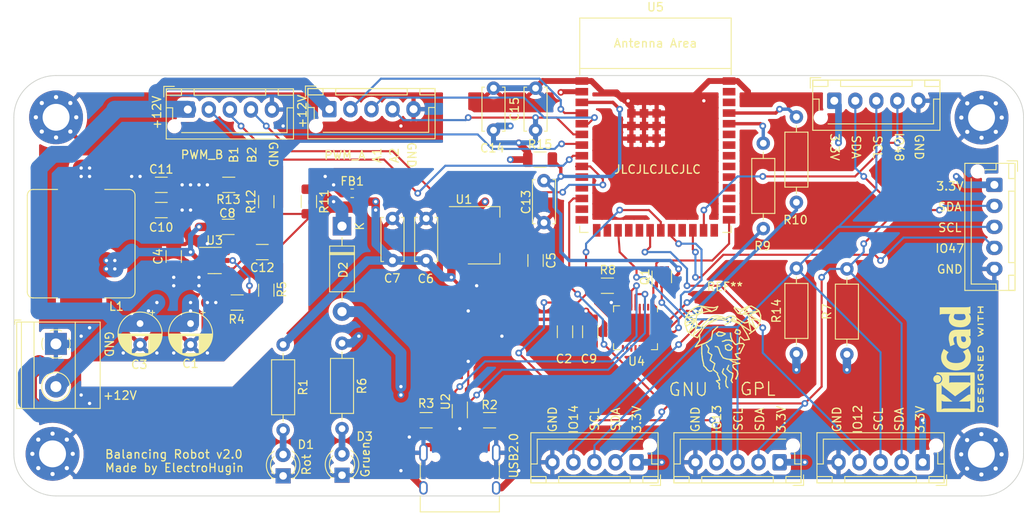
<source format=kicad_pcb>
(kicad_pcb (version 20221018) (generator pcbnew)
  (layers (0 "F.Cu" signal) (1 "In1.Cu" power) (2 "In2.Cu" power) (31 "B.Cu" signal) (34 "B.Paste" user) (35 "F.Paste" user) (36 "B.SilkS" user "B.Silkscreen") (37 "F.SilkS" user "F.Silkscreen") (38 "B.Mask" user) (39 "F.Mask" user) (44 "Edge.Cuts" user))
  (net 0 "")
  (net 1 "+5V")
  (net 2 "GND")
  (net 3 "+12VA")
  (net 4 "+3.3V")
  (net 5 "Net-(U3-BOOT)")
  (net 6 "Net-(U3-SW)")
  (net 7 "+5VP")
  (net 8 "Net-(U3-FB)")
  (net 9 "/EN")
  (net 10 "Net-(D1-A)")
  (net 11 "Net-(D2-A)")
  (net 12 "Net-(D3-A)")
  (net 13 "Net-(J2-CC1)")
  (net 14 "Net-(J2-D+-PadA6)")
  (net 15 "Net-(J2-D--PadA7)")
  (net 17 "Net-(J2-CC2)")
  (net 19 "/SDA")
  (net 20 "/SCL")
  (net 21 "/PWM_A")
  (net 22 "/A1")
  (net 23 "/A2")
  (net 24 "/PWM_B")
  (net 25 "/B1")
  (net 26 "/B2")
  (net 27 "/DTR")
  (net 28 "/RTS")
  (net 29 "/IO0")
  (net 30 "Net-(U3-EN)")
  (net 31 "+3.3VA")
  (net 32 "Net-(U4-~{RST})")
  (net 33 "Net-(U4-TXD)")
  (net 34 "/RXD")
  (net 35 "Net-(U4-RXD)")
  (net 36 "/TXD")
  (net 37 "Net-(U4-D-)")
  (net 38 "Net-(U4-D+)")
  (net 74 "Net-(C12-Pad1)")
  (net 77 "/RES_1")
  (net 78 "/MPU6050")
  (net 79 "/RES_2")
  (net 80 "/VL53L0X")
  (net 81 "/RES_3")
  (footprint "TerminalBlock_Phoenix:TerminalBlock_Phoenix_MKDS-1,5-2-5.08_1x02_P5.08mm_Horizontal" (layer "F.Cu") (at 98 99.92 -90)
    (fp_text reference "J1" hide)
    (fp_text value "Screw_Terminal_01x02")
  )
  (footprint "Package_TO_SOT_SMD:SOT-363_SC-70-6" (layer "F.Cu") (at 170 91.95 90)
    (fp_text reference "Q1")
    (fp_text value "UMH3N")
  )
  (footprint "Capacitor_SMD:C_1206_3216Metric" (layer "F.Cu") (at 158.5 98.475 -90)
    (fp_text reference "C2")
    (fp_text value "22u")
  )
  (footprint "LED_THT:LED_D3.0mm" (layer "F.Cu") (at 132 115.54 90)
    (fp_text reference "D3")
    (fp_text value "GREEN")
  )
  (footprint "Capacitor_THT:C_Disc_D5.0mm_W2.5mm_P5.00mm" (layer "F.Cu") (at 155 74.5 90)
    (fp_text reference "C15")
    (fp_text value "100n")
  )
  (footprint "MountingHole:MountingHole_3.2mm_M3_Pad_Via" (layer "F.Cu") (at 97.6 113)
    (fp_text reference "H3" hide)
    (fp_text value "Hole_Pad")
  )
  (footprint "Connector_JST:JST_XH_B5B-XH-AM_1x05_P2.50mm_Vertical" (layer "F.Cu") (at 184 114 180)
    (fp_text reference "J5" hide)
    (fp_text value "Conn_01x05")
  )
  (footprint "Connector_JST:JST_XH_B5B-XH-AM_1x05_P2.50mm_Vertical" (layer "F.Cu") (at 201 114 180)
    (fp_text reference "J3" hide)
    (fp_text value "Conn_01x05")
  )
  (footprint "Resistor_SMD:R_1206_3216Metric" (layer "F.Cu") (at 149.5375 109)
    (fp_text reference "R2")
    (fp_text value "5k1")
  )
  (footprint "Capacitor_SMD:C_1206_3216Metric" (layer "F.Cu") (at 161.5 98.475 -90)
    (fp_text reference "C9")
    (fp_text value "4u7")
  )
  (footprint "Connector_JST:JST_XH_B5B-XH-AM_1x05_P2.50mm_Vertical" (layer "F.Cu") (at 209.525 81 -90)
    (fp_text reference "J4" hide)
    (fp_text value "Conn_01x05")
  )
  (footprint "Diode_THT:D_DO-41_SOD81_P10.16mm_Horizontal" (layer "F.Cu") (at 132 85.92 -90)
    (fp_text reference "D2")
    (fp_text value "1N5819")
  )
  (footprint "Connector_USB:USB_C_Receptacle_HRO_TYPE-C-31-M-12" (layer "F.Cu") (at 146 116)
    (fp_text reference "J2" hide)
    (fp_text value "USB_C_Receptacle_USB2.0")
  )
  (footprint "Connector_JST:JST_XH_B5B-XH-AM_1x05_P2.50mm_Vertical" (layer "F.Cu") (at 130.5 72)
    (fp_text reference "J8" hide)
    (fp_text value "Conn_01x05")
  )
  (footprint "MountingHole:MountingHole_3.2mm_M3_Pad_Via" (layer "F.Cu") (at 208 73)
    (fp_text reference "H1" hide)
    (fp_text value "Hole_Pad")
  )
  (footprint "Capacitor_THT:C_Disc_D5.0mm_W2.5mm_P5.00mm" (layer "F.Cu") (at 156 80.5 -90)
    (fp_text reference "C13")
    (fp_text value "100n")
  )
  (footprint "LED_THT:LED_D3.0mm" (layer "F.Cu") (at 125 115.62 90)
    (fp_text reference "D1")
    (fp_text value "RED")
  )
  (footprint "Resistor_THT:R_Axial_DIN0207_L6.3mm_D2.5mm_P10.16mm_Horizontal" (layer "F.Cu") (at 182.06309 86.213588 90)
    (fp_text reference "R9")
    (fp_text value "22R")
  )
  (footprint "Inductor_SMD:L_0603_1608Metric" (layer "F.Cu") (at 133.2125 82)
    (fp_text reference "FB1")
    (fp_text value "BLM21PG221")
  )
  (footprint "MountingHole:MountingHole_3.2mm_M3_Pad_Via" (layer "F.Cu") (at 98.017235 72.965203)
    (fp_text reference "H2" hide)
    (fp_text value "Hole_Pad")
  )
  (footprint "Capacitor_SMD:C_1206_3216Metric" (layer "F.Cu") (at 112 89.525 90)
    (fp_text reference "C4")
    (fp_text value "0.1u")
  )
  (footprint "Connector_JST:JST_XH_B5B-XH-AM_1x05_P2.50mm_Vertical" (layer "F.Cu") (at 167 114 180)
    (fp_text reference "J7" hide)
    (fp_text value "Conn_01x05")
  )
  (footprint "Capacitor_SMD:C_1206_3216Metric" (layer "F.Cu") (at 155 90 -90)
    (fp_text reference "C5")
    (fp_text value "22u")
  )
  (footprint "Resistor_SMD:R_1206_3216Metric" (layer "F.Cu") (at 155.5375 78)
    (fp_text reference "R15")
    (fp_text value "10k")
  )
  (footprint "Resistor_THT:R_Axial_DIN0207_L6.3mm_D2.5mm_P10.16mm_Horizontal" (layer "F.Cu") (at 186 83.08 90)
    (fp_text reference "R10")
    (fp_text value "22R")
  )
  (footprint "Capacitor_THT:CP_Radial_D5.0mm_P2.50mm" (layer "F.Cu") (at 108 97.5 -90)
    (fp_text reference "C3")
    (fp_text value "10u")
  )
  (footprint "Capacitor_THT:C_Disc_D5.0mm_W2.5mm_P5.00mm" (layer "F.Cu") (at 142 90 90)
    (fp_text reference "C6")
    (fp_text value "22u")
  )
  (footprint "Capacitor_SMD:C_1206_3216Metric" (layer "F.Cu") (at 110.525 84)
    (fp_text reference "C10")
    (fp_text value "22u")
  )
  (footprint "Capacitor_THT:C_Disc_D5.0mm_W2.5mm_P5.00mm" (layer "F.Cu") (at 138 90 90)
    (fp_text reference "C7")
    (fp_text value "100n")
  )
  (footprint "Resistor_SMD:R_1206_3216Metric" (layer "F.Cu") (at 118.5375 81 180)
    (fp_text reference "R13")
    (fp_text value "13k3")
  )
  (footprint "Resistor_THT:R_Axial_DIN0207_L6.3mm_D2.5mm_P10.16mm_Horizontal" (layer "F.Cu") (at 186 101.08 90)
    (fp_text reference "R14")
    (fp_text value "3k3")
  )
  (footprint "Resistor_SMD:R_1206_3216Metric" (layer "F.Cu") (at 123 93.5375 90)
    (fp_text reference "R5")
    (fp_text value "105k")
  )
  (footprint "Connector_JST:JST_XH_B5B-XH-AM_1x05_P2.50mm_Vertical" (layer "F.Cu") (at 190.5 71)
    (fp_text reference "J6" hide)
    (fp_text value "Conn_01x05")
  )
  (footprint "Capacitor_THT:C_Disc_D5.0mm_W2.5mm_P5.00mm" (layer "F.Cu") (at 150 74.5 90)
    (fp_text reference "C14")
    (fp_text value "22u")
  )
  (footprint "Resistor_SMD:R_1206_3216Metric" (layer "F.Cu") (at 128.063184 82.981592 -90)
    (fp_text reference "R11")
    (fp_text value "49.9")
  )
  (footprint "Inductor_SMD:L_Bourns_SRP1245A" (layer "F.Cu") (at 101 88 90)
    (fp_text reference "L1")
    (fp_text value "10u")
  )
  (footprint "Capacitor_SMD:C_1206_3216Metric" (layer "F.Cu") (at 110.525 81)
    (fp_text reference "C11")
    (fp_text value "22u")
  )
  (footprint "Resistor_SMD:R_1206_3216Metric" (layer "F.Cu") (at 142 109 180)
    (fp_text reference "R3")
    (fp_text value "5k1")
  )
  (footprint "Capacitor_SMD:C_1206_3216Metric" (layer "F.Cu") (at 122.525 89 180)
    (fp_text reference "C12")
    (fp_text value "75p")
  )
  (footprint "Resistor_THT:R_Axial_DIN0207_L6.3mm_D2.5mm_P10.16mm_Horizontal" (layer "F.Cu") (at 125 100 -90)
    (fp_text reference "R1")
    (fp_text value "1K")
  )
  (footprint "Symbol:KiCad-Logo2_5mm_SilkScreen" (layer "F.Cu") (at 205.25 101.75 90)
    (fp_text reference "REF**" hide)
    (fp_text value "KiCad-Logo2_5mm_SilkScreen" hide)
  )
  (footprint "Resistor_SMD:R_1206_3216Metric" (layer "F.Cu") (at 123 83 90)
    (fp_text reference "R12")
    (fp_text value "100k")
  )
  (footprint "Resistor_THT:R_Axial_DIN0207_L6.3mm_D2.5mm_P10.16mm_Horizontal" (layer "F.Cu") (at 132 99.84 -90)
    (fp_text reference "R6")
    (fp_text value "1K")
  )
  (footprint "PCM_Espressif:ESP32-S3-WROOM-2" (layer "F.Cu") (at 169.25 76.91)
    (fp_text reference "U5")
    (fp_text value "ESP32-S3-WROOM-2")
  )
  (footprint "Package_TO_SOT_SMD:SOT-223-3_TabPin2" (layer "F.Cu") (at 148.85 87)
    (fp_text reference "U1")
    (fp_text value "TLV1117LV-3.3")
  )
  (footprint "Package_TO_SOT_SMD:SOT-666" (layer "F.Cu") (at 146 107.925 -90)
    (fp_text reference "U2")
    (fp_text value "USBLC6-2P6")
  )
  (footprint "Resistor_THT:R_Axial_DIN0207_L6.3mm_D2.5mm_P10.16mm_Horizontal" (layer "F.Cu") (at 192 101.16 90)
    (fp_text reference "R7")
    (fp_text value "3k3")
  )
  (footprint "Package_DFN_QFN:QFN-28-1EP_5x5mm_P0.5mm_EP3.35x3.35mm" (layer "F.Cu") (at 166.88 98 -90)
    (fp_text reference "U4")
    (fp_text value "CP2102N-Axx-xQFN28")
  )
  (footprint "Capacitor_SMD:C_1206_3216Metric" (layer "F.Cu") (at 118.475 86 180)
    (fp_text reference "C8")
    (fp_text value "0.1u")
  )
  (footprint "Symbol:Symbol_GNU-Logo_SilkscreenTop" (layer "F.Cu") (at 177.5 99.17393)
    (fp_text reference "REF**")
    (fp_text value "Symbol_GNU-Logo_SilkscreenTop")
  )
  (footprint "Resistor_SMD:R_1206_3216Metric" (layer "F.Cu") (at 163.5375 93 180)
    (fp_text reference "R8")
    (fp_text value "10k")
  )
  (footprint "Package_TO_SOT_SMD:SOT-23-6" (layer "F.Cu") (at 116.8625 90)
    (fp_text reference "U3")
    (fp_text value "TPS54302")
  )
  (footprint "MountingHole:MountingHole_3.2mm_M3_Pad_Via" (layer "F.Cu") (at 207.982076 113.056981)
    (fp_text reference "H4" hide)
    (fp_text value "Hole_Pad")
  )
  (footprint "Connector_JST:JST_XH_B5B-XH-AM_1x05_P2.50mm_Vertical" (layer "F.Cu") (at 113.673618 72.037026)
    (fp_text reference "J9" hide)
    (fp_text value "Conn_01x05")
  )
  (footprint "Capacitor_THT:CP_Radial_D5.0mm_P2.50mm" (layer "F.Cu") (at 114 97.5 -90)
    (fp_text reference "C1")
    (fp_text value "1u")
  )
  (footprint "Resistor_SMD:R_1206_3216Metric" (layer "F.Cu") (at 119.5375 95)
    (fp_text reference "R4")
    (fp_text value "511k")
  )
  (gr_arc (start 208 68) (mid 211.535534 69.464466) (end 213 73) (stroke (width 0.1)) (layer "Edge.Cuts"))
  (gr_arc (start 213 113) (mid 211.535534 116.535534) (end 208 118) (stroke (width 0.1)) (layer "Edge.Cuts"))
  (gr_line (start 93 73) (end 93 113) (stroke (width 0.1)) (layer "Edge.Cuts"))
  (gr_arc (start 98 118) (mid 94.464466 116.535534) (end 93 113) (stroke (width 0.1)) (layer "Edge.Cuts"))
  (gr_line (start 98 118) (end 208 118) (stroke (width 0.1)) (layer "Edge.Cuts"))
  (gr_line (start 213 113) (end 213 73) (stroke (width 0.1)) (layer "Edge.Cuts"))
  (gr_line (start 208 68) (end 98 68) (stroke (width 0.1)) (layer "Edge.Cuts"))
  (gr_arc (start 93 73) (mid 94.464466 69.464466) (end 98 68) (stroke (width 0.1)) (layer "Edge.Cuts"))
  (gr_text "SDA" (at 165.109507 110.397884 90) (layer "F.SilkS") (effects (font (size 1 1)) (justify left bottom)))
  (gr_text "3.3V" (at 189.961309 74.785715 270) (layer "F.SilkS") (effects (font (size 1 1)) (justify left bottom)))
  (gr_text "3.3V" (at 201.288691 110.61217 90) (layer "F.SilkS") (effects (font (size 1 1)) (justify left bottom)))
  (gr_text "GND" (at 103.707784 98.330964 -90) (layer "F.SilkS") (effects (font (size 1 1)) (justify left bottom)))
  (gr_text "PWM_A" (at 129.782035 78.071988) (layer "F.SilkS") (effects (font (size 1 1)) (justify left bottom)))
  (gr_text "GND" (at 157.60564 110.516932 90) (layer "F.SilkS") (effects (font (size 1 1)) (justify left bottom)))
  (gr_text "A2" (at 138.809703 78.5 90) (layer "F.SilkS") (effects (font (size 1 1)) (justify left bottom)))
  (gr_text "IO47" (at 202.416667 89.160213) (layer "F.SilkS") (effects (font (size 1 1)) (justify left bottom)))
  (gr_text "GND" (at 174.577323 110.516932 90) (layer "F.SilkS") (effects (font (size 1 1)) (justify left bottom)))
  (gr_text "SCL" (at 196.343959 110.374075 90) (layer "F.SilkS") (effects (font (size 1 1)) (justify left bottom)))
  (gr_text "SCL" (at 202.75 86.690142) (layer "F.SilkS") (effects (font (size 1 1)) (justify left bottom)))
  (gr_text "SCL" (at 195.03869 75.02381 270) (layer "F.SilkS") (effects (font (size 1 1)) (justify left bottom)))
  (gr_text "PWM_B" (at 112.75 78.000559) (layer "F.SilkS") (effects (font (size 1 1)) (justify left bottom)))
  (gr_text "+12V" (at 110.581108 74.496503 90) (layer "F.SilkS") (effects (font (size 1 1)) (justify left bottom)))
  (gr_text "3.3V" (at 184.785395 110.61217 90) (layer "F.SilkS") (effects (font (size 1 1)) (justify left bottom)))
  (gr_text "Gruen" (at 135.355496 115.89264 90) (layer "F.SilkS") (effects (font (size 1 1)) (justify left bottom)))
  (gr_text "SDA" (at 202.72619 84.220071) (layer "F.SilkS") (effects (font (size 1 1)) (justify left bottom)))
  (gr_text "IO48" (at 197.626676 74.690477 270) (layer "F.SilkS") (effects (font (size 1 1)) (justify left bottom)))
  (gr_text "SDA" (at 198.816324 110.397884 90) (layer "F.SilkS") (effects (font (size 1 1)) (justify left bottom)))
  (gr_text "IO14" (at 160.106929 110.707408 90) (layer "F.SilkS") (effects (font (size 1 1)) (justify left bottom)))
  (gr_text "A1" (at 136.75 78.5 90) (layer "F.SilkS") (effects (font (size 1 1)) (justify left bottom)))
  (gr_text "GND" (at 123.23782 75.75 -90) (layer "F.SilkS") (effects (font (size 1 1)) (justify left bottom)))
  (gr_text "+12V" (at 127.858992 74.373266 90) (layer "F.SilkS") (effects (font (size 1 1)) (justify left bottom)))
  (gr_text "SDA" (at 182.233377 110.397884 90) (layer "F.SilkS") (effects (font (size 1 1)) (justify left bottom)))
  (gr_text "GND" (at 139.665906 75.821429 -90) (layer "F.SilkS") (effects (font (size 1 1)) (justify left bottom)))
  (gr_text "+12V" (at 103.514043 106.637395) (layer "F.SilkS") (effects (font (size 1 1)) (justify left bottom)))
  (gr_text "USB2.0" (at 153 116 90) (layer "F.SilkS") (effects (font (size 1 1)) (justify left bottom)))
  (gr_text "IO13" (at 177.129341 110.707408 90) (layer "F.SilkS") (effects (font (size 1 1)) (justify left bottom)))
  (gr_text "GND" (at 202.607143 91.630287) (layer "F.SilkS") (effects (font (size 1 1)) (justify left bottom)))
  (gr_text "B1" (at 119.725323 78.5 -270) (layer "F.SilkS") (effects (font (size 1 1)) (justify left bottom)))
  (gr_text "IO12" (at 193.871594 110.707408 90) (layer "F.SilkS") (effects (font (size 1 1)) (justify left bottom)))
  (gr_text "SCL" (at 179.681359 110.374075 90) (layer "F.SilkS") (effects (font (size 1 1)) (justify left bottom)))
  (gr_text "Balancing Robot v2.0\nMade by ElectroHugin" (at 103.75 115.25) (layer "F.SilkS") (effects (font (size 1 1)) (justify left bottom)))
  (gr_text "Rot" (at 128.367935 115.633841 90) (layer "F.SilkS") (effects (font (size 1 1)) (justify left bottom)))
  (gr_text "B2" (at 121.894302 78.5 90) (layer "F.SilkS") (effects (font (size 1 1)) (justify left bottom)))
  (gr_text "GND" (at 191.399229 110.516932 90) (layer "F.SilkS") (effects (font (size 1 1)) (justify left bottom)))
  (gr_text "GND" (at 199.985956 74.880953 -90) (layer "F.SilkS") (effects (font (size 1 1)) (justify left bottom)))
  (gr_text "3.3V" (at 202.511905 81.75) (layer "F.SilkS") (effects (font (size 1 1)) (justify left bottom)))
  (gr_text "SCL" (at 162.608218 110.374075 90) (layer "F.SilkS") (effects (font (size 1 1)) (justify left bottom)))
  (gr_text "JLCJLCJLCJLC" (at 164.25 79.75) (layer "F.SilkS") (effects (font (size 1 1)) (justify left bottom)))
  (gr_text "3.3V" (at 167.610798 110.61217 90) (layer "F.SilkS") (effects (font (size 1 1)) (justify left bottom)))
  (gr_text "SDA" (at 192.5 75 270) (layer "F.SilkS") (effects (font (size 1 1)) (justify left bottom)))
  (segment (start 164.55 95.55) (end 164 95) (width 0.25) (layer "F.Cu") (net 1))
  (segment (start 136 83) (end 136 84) (width 1) (layer "F.Cu") (net 1))
  (segment (start 146.725 105.275) (end 147 105) (width 0.25) (layer "F.Cu") (net 1))
  (segment (start 146 106.425) (end 146.725 105.7) (width 0.25) (layer "F.Cu") (net 1))
  (segment (start 164.43 96.5) (end 164 96.07) (width 0.25) (layer "F.Cu") (net 1))
  (segment (start 165.38 95.55) (end 164.55 95.55) (width 0.25) (layer "F.Cu") (net 1))
  (segment (start 158.5 97) (end 161.5 97) (width 0.6) (layer "F.Cu") (net 1))
  (segment (start 146.725 93.725) (end 145 92) (width 0.4) (layer "F.Cu") (net 1))
  (segment (start 147 95) (end 147 96) (width 0.4) (layer "F.Cu") (net 1))
  (segment (start 153 97) (end 158.5 97) (width 0.4) (layer "F.Cu") (net 1))
  (segment (start 145 90) (end 145.7 89.3) (width 1) (layer "F.Cu") (net 1))
  (segment (start 135 83) (end 134 82) (width 1) (layer "F.Cu") (net 1))
  (segment (start 146.725 93.725) (end 147 94) (width 0.4) (layer "F.Cu") (net 1))
  (segment (start 161.5 96.5) (end 161 96) (width 0.6) (layer "F.Cu") (net 1))
  (segment (start 136 83) (end 135 83) (width 1) (layer "F.Cu") (net 1))
  (segment (start 147 105) (end 147 102) (width 0.25) (layer "F.Cu") (net 1))
  (segment (start 151 99) (end 153 97) (width 0.4) (layer "F.Cu") (net 1))
  (segment (start 147 94) (end 147 95) (width 0.4) (layer "F.Cu") (net 1))
  (segment (start 146 107) (end 146 106.425) (width 0.25) (layer "F.Cu") (net 1))
  (segment (start 164 96.07) (end 164 95) (width 0.25) (layer "F.Cu") (net 1))
  (segment (start 145 92) (end 145 90) (width 1) (layer "F.Cu") (net 1))
  (segment (start 146.725 105.7) (end 146.725 105.275) (width 0.25) (layer "F.Cu") (net 1))
  (segment (start 161.5 97) (end 161.5 96.5) (width 0.6) (layer "F.Cu") (net 1))
  (via (at 136 83) (size 0.8) (drill 0.4) (layers "F.Cu" "B.Cu") (net 1))
  (via blind (at 147 102) (size 0.8) (drill 0.4) (layers "F.Cu" "In2.Cu") (net 1))
  (via (at 145 92) (size 0.8) (drill 0.4) (layers "F.Cu" "B.Cu") (net 1))
  (via blind (at 147 96) (size 0.8) (drill 0.4) (layers "F.Cu" "In2.Cu") (net 1))
  (via blind (at 164 95) (size 0.8) (drill 0.4) (layers "F.Cu" "In2.Cu") (net 1))
  (via blind (at 151 99) (size 0.8) (drill 0.4) (layers "F.Cu" "In2.Cu") (net 1))
  (via (at 136 84) (size 0.8) (drill 0.4) (layers "F.Cu" "B.Cu") (net 1))
  (via blind (at 161 96) (size 0.8) (drill 0.4) (layers "F.Cu" "In2.Cu") (net 1))
  (segment (start 138 90) (end 136 88) (width 1) (layer "B.Cu") (net 1))
  (segment (start 135 90) (end 138 90) (width 1) (layer "B.Cu") (net 1))
  (segment (start 142 90) (end 144 92) (width 1) (layer "B.Cu") (net 1))
  (segment (start 144 92) (end 145 92) (width 1) (layer "B.Cu") (net 1))
  (segment (start 138 90) (end 142 90) (width 1) (layer "B.Cu") (net 1))
  (segment (start 125 100) (end 135 90) (width 1) (layer "B.Cu") (net 1))
  (segment (start 136 88) (end 136 84) (width 1) (layer "B.Cu") (net 1))
  (segment (start 139.63 115) (end 139 115) (width 0.8) (layer "F.Cu") (net 2))
  (segment (start 173.5 72.5) (end 169.39 72.5) (width 0.7) (layer "F.Cu") (net 2))
  (segment (start 167.38 97.5) (end 166.88 98) (width 0.25) (layer "F.Cu") (net 2))
  (segment (start 179 68.65) (end 180.25 69.9) (width 0.7) (layer "F.Cu") (net 2))
  (segment (start 140.5375 109) (end 140.5375 106.4625) (width 0.25) (layer "F.Cu") (net 2))
  (segment (start 166.88 98) (end 171.13 102.25) (width 0.25) (layer "F.Cu") (net 2))
  (segment (start 155.85 68.65) (end 155 69.5) (width 0.7) (layer "F.Cu") (net 2))
  (segment (start 166.39 71.75) (end 166.39 72.5) (width 0.7) (layer "F.Cu") (net 2))
  (segment (start 177.35 68.65) (end 175.6 68.65) (width 0.7) (layer "F.Cu") (net 2))
  (segment (start 160.5 68.65) (end 161.65 68.65) (width 0.7) (layer "F.Cu") (net 2))
  (segment (start 174 70.25) (end 174.75 71) (width 0.7) (layer "F.Cu") (net 2))
  (segment (start 146 108.85) (end 146 110) (width 0.25) (layer "F.Cu") (net 2))
  (segment (start 178 68.65) (end 177.35 68.65) (width 0.25) (layer "F.Cu") (net 2))
  (segment (start 141.68 117.05) (end 139.63 115) (width 0.8) (layer "F.Cu") (net 2))
  (segment (start 163 70) (end 164.64 70) (width 0.7) (layer "F.Cu") (net 2))
  (segment (start 150.32 117.05) (end 150.95 117.05) (width 0.8) (layer "F.Cu") (net 2))
  (segment (start 175 71) (end 173.5 72.5) (width 0.7) (layer "F.Cu") (net 2))
  (segment (start 150.95 117.05) (end 153 115) (width 0.8) (layer "F.Cu") (net 2))
  (segment (start 161.65 68.65) (end 163 70) (width 0.7) (layer "F.Cu") (net 2))
  (segment (start 175.6 68.65) (end 174 70.25) (width 0.7) (layer "F.Cu") (net 2))
  (segment (start 171.13 102.25) (end 173.75 102.25) (width 0.25) (layer "F.Cu") (net 2))
  (segment (start 166 71.36) (end 166.39 71.75) (width 0.7) (layer "F.Cu") (net 2))
  (segment (start 164.64 70) (end 165.64 71) (width 0.7) (layer "F.Cu") (net 2))
  (segment (start 96 102.25) (end 94.75 103.5) (width 2) (layer "F.Cu") (net 2))
  (segment (start 140.5375 106.4625) (end 141.125 105.875) (width 0.25) (layer "F.Cu") (net 2))
  (segment (start 166 71) (end 166 71.36) (width 0.7) (layer "F.Cu") (net 2))
  (segment (start 178 68.65) (end 179 68.65) (width 0.7) (layer "F.Cu") (net 2))
  (segment (start 167.38 95.55) (end 167.38 97.5) (width 0.25) (layer "F.Cu") (net 2))
  (segment (start 160.5 68.65) (end 155.85 68.65) (width 0.7) (layer "F.Cu") (net 2))
  (segment (start 180.25 69.9) (end 180.25 70.75) (width 0.7) (layer "F.Cu") (net 2))
  (segment (start 94.75 103.5) (end 94.75 106.75) (width 2) (layer "F.Cu") (net 2))
  (segment (start 94.75 106.75) (end 96.25 108.25) (width 2) (layer "F.Cu") (net 2))
  (segment (start 165.64 71) (end 166 71) (width 0.7) (layer "F.Cu") (net 2))
  (segment (start 174.75 71) (end 175 71) (width 0.7) (layer "F.Cu") (net 2))
  (via blind (at 125 74) (size 0.8) (drill 0.4) (layers "F.Cu" "In1.Cu") (net 2))
  (via blind (at 175 71) (size 0.8) (drill 0.4) (layers "F.Cu" "In1.Cu") (net 2))
  (via blind (at 166 71) (size 0.8) (drill 0.4) (layers "F.Cu" "In1.Cu") (net 2))
  (via blind (at 116 81) (size 0.8) (drill 0.4) (layers "F.Cu" "In1.Cu") (net 2))
  (via blind (at 114 81) (size 0.8) (drill 0.4) (layers "F.Cu" "In1.Cu") (net 2))
  (via blind (at 115 81) (size 0.8) (drill 0.4) (layers "F.Cu" "In1.Cu") (net 2))
  (via blind (at 101 106) (size 0.8) (drill 0.4) (layers "F.Cu" "In1.Cu") (net 2))
  (via blind (at 139 74) (size 0.8) (drill 0.4) (layers "F.Cu" "In1.Cu") (net 2))
  (via blind (at 146 110) (size 0.8) (drill 0.4) (layers "F.Cu" "In1.Cu") (net 2))
  (via blind (at 102 98) (size 0.8) (drill 0.4) (layers "F.Cu" "In1.Cu") (net 2))
  (via blind (at 114 84) (size 0.8) (drill 0.4) (layers "F.Cu" "In1.Cu") (net 2))
  (via blind (at 101 99) (size 0.8) (drill 0.4) (layers "F.Cu" "In1.Cu") (net 2))
  (via blind (at 102 107) (size 0.8) (drill 0.4) (layers "F.Cu" "In1.Cu") (net 2))
  (via blind (at 113 81) (size 0.8) (drill 0.4) (layers "F.Cu" "In1.Cu") (net 2))
  (via blind (at 113 84) (size 0.8) (drill 0.4) (layers "F.Cu" "In1.Cu") (net 2))
  (via blind (at 116 88) (size 0.8) (drill 0.4) (layers "F.Cu" "In1.Cu") (net 2))
  (via blind (at 139 115) (size 0.8) (drill 0.4) (layers "F.Cu" "In1.Cu") (net 2))
  (via blind (at 153 115) (size 0.8) (drill 0.4) (layers "F.Cu" "In1.Cu") (net 2))
  (via blind (at 116 101) (size 0.8) (drill 0.4) (layers "In1.Cu" "B.Cu") (net 2))
  (via blind (at 112 101) (size 0.8) (drill 0.4) (layers "In1.Cu" "B.Cu") (net 2))
  (via blind (at 106 101) (size 0.8) (drill 0.4) (layers "In1.Cu" "B.Cu") (net 2))
  (via blind (at 110 101) (size 0.8) (drill 0.4) (layers "In1.Cu" "B.Cu") (net 2))
  (segment (start 100.5 98.25) (end 100.625 98.125) (width 1) (layer "B.Cu") (net 2))
  (segment (start 96 108.25) (end 97.25 108.25) (width 2) (layer "B.Cu") (net 2))
  (segment (start 95.5 102.5) (end 94.5 103.5) (width 2) (layer "B.Cu") (net 2))
  (segment (start 97 102.5) (end 95.5 102.5) (width 2) (layer "B.Cu") (net 2))
  (segment (start 100.08 99.92) (end 101 99) (width 1) (layer "B.Cu") (net 2))
  (segment (start 100.5 98.5) (end 101 99) (width 1) (layer "B.Cu") (net 2))
  (segment (start 94.5 106.75) (end 96 108.25) (width 2) (layer "B.Cu") (net 2))
  (segment (start 94.5 103.5) (end 94.5 106.75) (width 2) (layer "B.Cu") (net 2))
  (segment (start 98 99.92) (end 100.08 99.92) (width 1) (layer "B.Cu") (net 2))
  (segment (start 150 69.5) (end 155 69.5) (width 0.7) (layer "B.Cu") (net 2))
  (segment (start 100.5 98.25) (end 100.5 98.5) (width 1) (layer "B.Cu") (net 2))
  (segment (start 118.075 95) (end 117 95) (width 1.5) (layer "F.Cu") (net 3))
  (segment (start 115.725 90.95) (end 115 91.675) (width 0.8) (layer "F.Cu") (net 3))
  (segment (start 115 93) (end 115 92) (width 0.8) (layer "F.Cu") (net 3))
  (segment (start 117 95) (end 116 95) (width 1.5) (layer "F.Cu") (net 3))
  (segment (start 112 92) (end 112 93) (width 1.5) (layer "F.Cu") (net 3))
  (segment (start 115 91.675) (end 115 92) (width 0.8) (layer "F.Cu") (net 3))
  (segment (start 112 91) (end 112 92) (width 1.5) (layer "F.Cu") (net 3))
  (via blind (at 112 93) (size 0.8) (drill 0.4) (layers "F.Cu" "In2.Cu") (net 3))
  (via blind (at 115 93) (size 0.8) (drill 0.4) (layers "F.Cu" "In2.Cu") (net 3))
  (via blind (at 115 92) (size 0.8) (drill 0.4) (layers "F.Cu" "In2.Cu") (net 3))
  (via blind (at 112 92) (size 0.8) (drill 0.4) (layers "F.Cu" "In2.Cu") (net 3))
  (via blind (at 117 95) (size 0.8) (drill 0.4) (layers "F.Cu" "In2.Cu") (net 3))
  (via blind (at 116 95) (size 0.8) (drill 0.4) (layers "F.Cu" "In2.Cu") (net 3))
  (via blind (at 109 96) (size 0.8) (drill 0.4) (layers "In2.Cu" "B.Cu") (net 3))
  (via blind (at 114 96) (size 0.8) (drill 0.4) (layers "In2.Cu" "B.Cu") (net 3))
  (via blind (at 114 95) (size 0.8) (drill 0.4) (layers "In2.Cu" "B.Cu") (net 3))
  (via blind (at 110 95) (size 0.8) (drill 0.4) (layers "In2.Cu" "B.Cu") (net 3))
  (segment (start 111 69) (end 127.5 69) (width 1.5) (layer "B.Cu") (net 3))
  (segment (start 105.5 97.5) (end 108 97.5) (width 2) (layer "B.Cu") (net 3))
  (segment (start 109 96) (end 110 95) (width 2) (layer "B.Cu") (net 3))
  (segment (start 105.5 97.5) (end 104 96) (width 2) (layer "B.Cu") (net 3))
  (segment (start 105 72.204978) (end 105 72) (width 2) (layer "B.Cu") (net 3))
  (segment (start 114 97.5) (end 114 95) (width 2) (layer "B.Cu") (net 3))
  (segment (start 108 97) (end 109 96) (width 2) (layer "B.Cu") (net 3))
  (segment (start 110 72) (end 113.636592 72) (width 2) (layer "B.Cu") (net 3))
  (segment (start 108 97.5) (end 108 97) (width 2) (layer "B.Cu") (net 3))
  (segment (start 114 96) (end 114 95) (width 2) (layer "B.Cu") (net 3))
  (segment (start 96 96) (end 96 79) (width 2) (layer "B.Cu") (net 3))
  (segment (start 110 72) (end 110 70) (width 2) (layer "B.Cu") (net 3))
  (segment (start 105 72) (end 110 72) (width 2) (layer "B.Cu") (net 3))
  (segment (start 110 70) (end 111 69) (width 1.5) (layer "B.Cu") (net 3))
  (segment (start 98 105) (end 105.5 97.5) (width 2) (layer "B.Cu") (net 3))
  (segment (start 96 79) (end 97.634797 77.365203) (width 2) (layer "B.Cu") (net 3))
  (segment (start 113.636592 72) (end 113.673618 72.037026) (width 2) (layer "B.Cu") (net 3))
  (segment (start 127.5 69) (end 130.5 72) (width 1.5) (layer "B.Cu") (net 3))
  (segment (start 104 96) (end 96 96) (width 2) (layer "B.Cu") (net 3))
  (segment (start 97.634797 77.365203) (end 99.839775 77.365203) (width 2) (layer "B.Cu") (net 3))
  (segment (start 99.839775 77.365203) (end 105 72.204978) (width 2) (layer "B.Cu") (net 3))
  (segment (start 108 97.5) (end 114 97.5) (width 2) (layer "B.Cu") (net 3))
  (segment (start 114 97.5) (end 114 96) (width 2) (layer "B.Cu") (net 3))
  (segment (start 145.7 87) (end 148 87) (width 1.35) (layer "F.Cu") (net 4))
  (segment (start 152 87) (end 152 89) (width 1) (layer "F.Cu") (net 4))
  (segment (start 154.075 78) (end 152 78) (width 0.8) (layer "F.Cu") (net 4))
  (segment (start 155 88.525) (end 153.475 87) (width 1) (layer "F.Cu") (net 4))
  (segment (start 148 84) (end 149 83) (width 1) (layer "F.Cu") (net 4))
  (segment (start 148 87) (end 152 87) (width 1.35) (layer "F.Cu") (net 4))
  (segment (start 148 87) (end 148 84) (width 1) (layer "F.Cu") (net 4))
  (segment (start 153.475 87) (end 152 87) (width 1) (layer "F.Cu") (net 4))
  (segment (start 160.5 69.92) (end 158.08 69.92) (width 0.6) (layer "F.Cu") (net 4))
  (segment (start 148 93) (end 148 87) (width 1.5) (layer "F.Cu") (net 4))
  (segment (start 152 89) (end 148 93) (width 1) (layer "F.Cu") (net 4))
  (segment (start 158.08 69.92) (end 158 70) (width 0.25) (layer "F.Cu") (net 4))
  (segment (start 154.075 78) (end 154.075 77.075) (width 0.8) (layer "F.Cu") (net 4))
  (segment (start 154.075 77.075) (end 153 76) (width 0.8) (layer "F.Cu") (net 4))
  (via blind (at 158 70) (size 0.8) (drill 0.4) (layers "F.Cu" "In2.Cu") (net 4))
  (via (at 153 76) (size 0.8) (drill 0.4) (layers "F.Cu" "B.Cu") (net 4))
  (via blind (at 148 93) (size 0.8) (drill 0.4) (layers "F.Cu" "In2.Cu") (net 4))
  (via (at 152 78) (size 0.8) (drill 0.4) (layers "F.Cu" "B.Cu") (net 4))
  (via (at 149 83) (size 0.8) (drill 0.4) (layers "F.Cu" "B.Cu") (net 4))
  (via (at 205 80) (size 0.8) (drill 0.4) (layers "F.Cu" "B.Cu") (net 4))
  (via (at 191 76) (size 0.8) (drill 0.4) (layers "F.Cu" "B.Cu") (net 4))
  (via blind (at 155 73) (size 0.8) (drill 0.4) (layers "In2.Cu" "B.Cu") (net 4))
  (via blind (at 201 109) (size 0.8) (drill 0.4) (layers "In2.Cu" "B.Cu") (net 4))
  (via blind (at 152 74) (size 0.8) (drill 0.4) (layers "In2.Cu" "B.Cu") (net 4))
  (via blind (at 170 114) (size 0.8) (drill 0.4) (layers "In2.Cu" "B.Cu") (net 4))
  (via blind (at 134 99) (size 0.8) (drill 0.4) (layers "In2.Cu" "B.Cu") (net 4))
  (via blind (at 186 103) (size 0.8) (drill 0.4) (layers "In2.Cu" "B.Cu") (net 4))
  (via blind (at 187 114) (size 0.8) (drill 0.4) (layers "In2.Cu" "B.Cu") (net 4))
  (via blind (at 192 103) (size 0.8) (drill 0.4) (layers "In2.Cu" "B.Cu") (net 4))
  (segment (start 153 76) (end 155 76) (width 0.6) (layer "B.Cu") (net 4))
  (segment (start 184 114) (end 187 114) (width 0.8) (layer "B.Cu") (net 4))
  (segment (start 152 74) (end 150.5 74) (width 0.8) (layer "B.Cu") (net 4))
  (segment (start 150 74.5) (end 150 76) (width 0.6) (layer "B.Cu") (net 4))
  (segment (start 155 74.5) (end 155 76) (width 0.6) (layer "B.Cu") (net 4))
  (segment (start 192 101.16) (end 192 103) (width 1) (layer "B.Cu") (net 4))
  (segment (start 201 109) (end 201 114) (width 0.8) (layer "B.Cu") (net 4))
  (segment (start 133.16 99.84) (end 134 99) (width 1) (layer "B.Cu") (net 4))
  (segment (start 167.978858 114) (end 170 114) (width 0.8) (layer "B.Cu") (net 4))
  (segment (start 190.5 71) (end 191 71.5) (width 0.25) (layer "B.Cu") (net 4))
  (segment (start 186 101.08) (end 186 103) (width 1) (layer "B.Cu") (net 4))
  (segment (start 206 81) (end 205 80) (width 0.8) (layer "B.Cu") (net 4))
  (segment (start 153 76) (end 150 76) (width 0.6) (layer "B.Cu") (net 4))
  (segment (start 132 99.84) (end 133.16 99.84) (width 1) (layer "B.Cu") (net 4))
  (segment (start 191 71.5) (end 191 76) (width 0.8) (layer "B.Cu") (net 4))
  (segment (start 155 73) (end 155 74.5) (width 0.6) (layer "B.Cu") (net 4))
  (segment (start 167 114) (end 167.978858 114) (width 0.25) (layer "B.Cu") (net 4))
  (segment (start 209.525 81) (end 206 81) (width 0.8) (layer "B.Cu") (net 4))
  (segment (start 150.5 74) (end 150 74.5) (width 0.8) (layer "B.Cu") (net 4))
  (segment (start 118 89.05) (end 119.95 87.1) (width 0.25) (layer "F.Cu") (net 5))
  (segment (start 120 86.05) (end 119.95 86) (width 0.25) (layer "F.Cu") (net 5))
  (segment (start 119.95 87.1) (end 119.95 86) (width 0.25) (layer "F.Cu") (net 5))
  (segment (start 104 91) (end 104 90) (width 2) (layer "F.Cu") (net 6))
  (segment (start 117 86) (end 115 86) (width 1) (layer "F.Cu") (net 6))
  (segment (start 103.55 91) (end 101 93.55) (width 2) (layer "F.Cu") (net 6))
  (segment (start 105 91) (end 104 91) (width 2) (layer "F.Cu") (net 6))
  (segment (start 104 90) (end 103.55 91) (width 2) (layer "F.Cu") (net 6))
  (segment (start 115.725 90) (end 115 90) (width 0.6) (layer "F.Cu") (net 6))
  (segment (start 115 90) (end 114 89) (width 0.6) (layer "F.Cu") (net 6))
  (via (at 114 89) (size 0.8) (drill 0.4) (layers "F.Cu" "B.Cu") (net 6))
  (via (at 115 86) (size 0.8) (drill 0.4) (layers "F.Cu" "B.Cu") (net 6))
  (via (at 105 90) (size 0.8) (drill 0.4) (layers "F.Cu" "B.Cu") (net 6))
  (via (at 105 91) (size 0.8) (drill 0.4) (layers "F.Cu" "B.Cu") (net 6))
  (via (at 104 90) (size 0.8) (drill 0.4) (layers "F.Cu" "B.Cu") (net 6))
  (via (at 104 91) (size 0.8) (drill 0.4) (layers "F.Cu" "B.Cu") (net 6))
  (segment (start 114 89) (end 107 89) (width 1) (layer "B.Cu") (net 6))
  (segment (start 105 90) (end 105 91) (width 2) (layer "B.Cu") (net 6))
  (segment (start 114 87) (end 115 86) (width 0.6) (layer "B.Cu") (net 6))
  (segment (start 107 89) (end 106 90) (width 2) (layer "B.Cu") (net 6))
  (segment (start 114 89) (end 114 87) (width 0.6) (layer "B.Cu") (net 6))
  (segment (start 106 90) (end 105 90) (width 2) (layer "B.Cu") (net 6))
  (segment (start 105 91) (end 105 91) (width 2) (layer "B.Cu") (net 6))
  (segment (start 131 81) (end 130 80) (width 1) (layer "F.Cu") (net 7))
  (segment (start 108 80) (end 107 80) (width 1) (layer "F.Cu") (net 7))
  (segment (start 102 79) (end 102 79) (width 2) (layer "F.Cu") (net 7))
  (segment (start 109 81) (end 108 80) (width 1) (layer "F.Cu") (net 7))
  (segment (start 101 80) (end 101 80) (width 2) (layer "F.Cu") (net 7))
  (segment (start 102 79) (end 102 80) (width 2) (layer "F.Cu") (net 7))
  (segment (start 128.063184 81.519092) (end 128.480908 81.519092) (width 0.25) (layer "F.Cu") (net 7))
  (segment (start 132.425 82) (end 132 82) (width 0.25) (layer "F.Cu") (net 7))
  (segment (start 101 82.45) (end 102 81.45) (width 2) (layer "F.Cu") (net 7))
  (segment (start 131.5 81.5) (end 131 81) (width 1) (layer "F.Cu") (net 7))
  (segment (start 109.05 81) (end 109 81) (width 1) (layer "F.Cu") (net 7))
  (segment (start 128.480908 81.519092) (end 130 80) (width 1.5) (layer "F.Cu") (net 7))
  (segment (start 101 79) (end 102 79) (width 2) (layer "F.Cu") (net 7))
  (segment (start 102 81.45) (end 101 80) (width 2) (layer "F.Cu") (net 7))
  (segment (start 109.05 84) (end 109.05 81) (width 1) (layer "F.Cu") (net 7))
  (segment (start 132 82) (end 131.5 81.5) (width 1) (layer "F.Cu") (net 7))
  (via blind (at 108 80) (size 0.8) (drill 0.4) (layers "F.Cu" "In2.Cu") (net 7))
  (via blind (at 102 79) (size 0.8) (drill 0.4) (layers "F.Cu" "In2.Cu") (net 7))
  (via blind (at 131 81) (size 0.8) (drill 0.4) (layers "F.Cu" "In2.Cu") (net 7))
  (via blind (at 102 80) (size 0.8) (drill 0.4) (layers "F.Cu" "In2.Cu") (net 7))
  (via blind (at 130 80) (size 0.8) (drill 0.4) (layers "F.Cu" "In2.Cu") (net 7))
  (via blind (at 101 79) (size 0.8) (drill 0.4) (layers "F.Cu" "In2.Cu") (net 7))
  (via blind (at 107 80) (size 0.8) (drill 0.4) (layers "F.Cu" "In2.Cu") (net 7))
  (via blind (at 101 80) (size 0.8) (drill 0.4) (layers "F.Cu" "In2.Cu") (net 7))
  (via blind (at 131 83) (size 0.8) (drill 0.4) (layers "In2.Cu" "B.Cu") (net 7))
  (segment (start 132 85.92) (end 132 84) (width 1.5) (layer "B.Cu") (net 7))
  (segment (start 132 84) (end 131 83) (width 1.5) (layer "B.Cu") (net 7))
  (segment (start 119.1 90.95) (end 121.05 89) (width 0.25) (layer "F.Cu") (net 8))
  (segment (start 123 81.5375) (end 121.05 83.4875) (width 0.25) (layer "F.Cu") (net 8))
  (segment (start 118 90.95) (end 119.1 90.95) (width 0.25) (layer "F.Cu") (net 8))
  (segment (start 122.4625 81) (end 123 81.5375) (width 0.25) (layer "F.Cu") (net 8))
  (segment (start 120 81) (end 122.4625 81) (width 0.25) (layer "F.Cu") (net 8))
  (segment (start 121.05 83.4875) (end 121.05 89) (width 0.25) (layer "F.Cu") (net 8))
  (segment (start 172 91.55) (end 172 91) (width 0.4) (layer "F.Cu") (net 9))
  (segment (start 160.5 71.19) (end 164.19 71.19) (width 0.4) (layer "F.Cu") (net 9))
  (segment (start 164.19 71.19) (end 165 72) (width 0.4) (layer "F.Cu") (net 9))
  (segment (start 158 79) (end 157 78) (width 0.4) (layer "F.Cu") (net 9))
  (segment (start 158 80) (end 158 79) (width 0.4) (layer "F.Cu") (net 9))
  (segment (start 170.65 92.9) (end 172 91.55) (width 0.4) (layer "F.Cu") (net 9))
  (via (at 158 80) (size 0.8) (drill 0.4) (layers "F.Cu" "B.Cu") (net 9))
  (via (at 165 72) (size 0.8) (drill 0.4) (layers "F.Cu" "B.Cu") (net 9))
  (via (at 172 91) (size 0.8) (drill 0.4) (layers "F.Cu" "B.Cu") (net 9))
  (segment (start 156 80.5) (end 157.5 80.5) (width 0.4) (layer "B.Cu") (net 9))
  (segment (start 158 84.5) (end 157.426391 83.926391) (width 0.4) (layer "B.Cu") (net 9))
  (segment (start 157.125 83.625) (end 157.125 81.625) (width 0.25) (layer "B.Cu") (net 9))
  (segment (start 157.125 81.625) (end 156 80.5) (width 0.4) (layer "B.Cu") (net 9))
  (segment (start 158 89) (end 159 90) (width 0.4) (layer "B.Cu") (net 9))
  (segment (start 158 84.5) (end 158 89) (width 0.4) (layer "B.Cu") (net 9))
  (segment (start 164 80) (end 158 80) (width 0.4) (layer "B.Cu") (net 9))
  (segment (start 158 84.5) (end 157.125 83.625) (width 0.25) (layer "B.Cu") (net 9))
  (segment (start 171 90) (end 172 91) (width 0.4) (layer "B.Cu") (net 9))
  (segment (start 159 90) (end 171 90) (width 0.4) (layer "B.Cu") (net 9))
  (segment (start 165 79) (end 164 80) (width 0.4) (layer "B.Cu") (net 9))
  (segment (start 165 72) (end 165 79) (width 0.4) (layer "B.Cu") (net 9))
  (segment (start 157.426391 83.926391) (end 157.426391 80.573609) (width 0.4) (layer "B.Cu") (net 9))
  (segment (start 157.426391 80.573609) (end 158 80) (width 0.4) (layer "B.Cu") (net 9))
  (segment (start 157.5 80.5) (end 158 80) (width 0.25) (layer "B.Cu") (net 9))
  (segment (start 125 110.16) (end 125 113.08) (width 0.8) (layer "B.Cu") (net 10))
  (segment (start 143.55 111.955) (end 143.55 110.98) (width 0.6) (layer "F.Cu") (net 11))
  (segment (start 148.45 112.78) (end 148.45 111.955) (width 0.3) (layer "F.Cu") (net 11))
  (segment (start 143.55 112.700025) (end 144.849975 114) (width 0.3) (layer "F.Cu") (net 11))
  (segment (start 147.23 114) (end 148.45 112.78) (width 0.3) (layer "F.Cu") (net 11))
  (segment (start 140.095 110.905) (end 140 111) (width 0.25) (layer "F.Cu") (net 11))
  (segment (start 140.25 110.75) (end 140.095 110.905) (width 0.4) (layer "F.Cu") (net 11))
  (segment (start 143.475 110.905) (end 143.32 110.75) (width 0.4) (layer "F.Cu") (net 11))
  (segment (start 143.55 110.98) (end 143.475 110.905) (width 0.6) (layer "F.Cu") (net 11))
  (segment (start 143.55 111.955) (end 143.55 112.700025) (width 0.3) (layer "F.Cu") (net 11))
  (segment (start 143.32 110.75) (end 140.25 110.75) (width 0.4) (layer "F.Cu") (net 11))
  (segment (start 144.849975 114) (end 147.23 114) (width 0.3) (layer "F.Cu") (net 11))
  (via blind (at 140 111) (size 0.8) (drill 0.4) (layers "F.Cu" "In2.Cu") (net 11))
  (via blind (at 139 106) (size 0.8) (drill 0.4) (layers "In2.Cu" "B.Cu") (net 11))
  (via blind (at 139 105) (size 0.8) (drill 0.4) (layers "In2.Cu" "B.Cu") (net 11))
  (segment (start 139 101) (end 139 105) (width 1.3) (layer "B.Cu") (net 11))
  (segment (start 132 96.08) (end 134.08 96.08) (width 1.3) (layer "B.Cu") (net 11))
  (segment (start 135 97) (end 139 101) (width 1.3) (layer "B.Cu") (net 11))
  (segment (start 134.08 96.08) (end 135 97) (width 1.3) (layer "B.Cu") (net 11))
  (segment (start 132 110) (end 132 113) (width 0.8) (layer "B.Cu") (net 12))
  (segment (start 143.4625 109) (end 144.75 110.2875) (width 0.25) (layer "F.Cu") (net 13))
  (segment (start 144.75 110.2875) (end 144.75 111.955) (width 0.25) (layer "F.Cu") (net 13))
  (segment (start 146.5375 108.775) (end 146.75 108.9875) (width 0.25) (layer "F.Cu") (net 14))
  (segment (start 146.725 113.005) (end 146.75 112.98) (width 0.25) (layer "F.Cu") (net 14))
  (segment (start 145.775 113.005) (end 146.725 113.005) (width 0.25) (layer "F.Cu") (net 14))
  (segment (start 146.75 112.98) (end 146.75 111.955) (width 0.25) (layer "F.Cu") (net 14))
  (segment (start 146.75 108.9875) (end 146.75 111.955) (width 0.25) (layer "F.Cu") (net 14))
  (segment (start 145.75 112.98) (end 145.775 113.005) (width 0.25) (layer "F.Cu") (net 14))
  (segment (start 145.75 111.955) (end 145.75 112.98) (width 0.25) (layer "F.Cu") (net 14))
  (segment (start 146.25 110.93) (end 146.225 110.905) (width 0.25) (layer "F.Cu") (net 15))
  (segment (start 145.25 108.9875) (end 145.25 111.955) (width 0.25) (layer "F.Cu") (net 15))
  (segment (start 145.4625 108.775) (end 145.25 108.9875) (width 0.25) (layer "F.Cu") (net 15))
  (segment (start 146.225 110.905) (end 145.275 110.905) (width 0.25) (layer "F.Cu") (net 15))
  (segment (start 146.25 111.955) (end 146.25 110.93) (width 0.25) (layer "F.Cu") (net 15))
  (segment (start 145.25 110.93) (end 145.25 111.955) (width 0.25) (layer "F.Cu") (net 15))
  (segment (start 145.275 110.905) (end 145.25 110.93) (width 0.25) (layer "F.Cu") (net 15))
  (segment (start 148.075 109) (end 147.75 109.325) (width 0.25) (layer "F.Cu") (net 17))
  (segment (start 147.75 109.325) (end 147.75 111.955) (width 0.25) (layer "F.Cu") (net 17))
  (segment (start 194 88) (end 198 84) (width 0.25) (layer "F.Cu") (net 19))
  (segment (start 189 105) (end 187 107) (width 0.25) (layer "F.Cu") (net 19))
  (segment (start 159 93) (end 160 94) (width 0.25) (layer "F.Cu") (net 19))
  (segment (start 170.159119 107) (end 171 107) (width 0.25) (layer "F.Cu") (net 19))
  (segment (start 160.5 82.62) (end 159.5 82.62) (width 0.25) (layer "F.Cu") (net 19))
  (segment (start 163.131955 99.972836) (end 170.159119 107) (width 0.25) (layer "F.Cu") (net 19))
  (segment (start 189 92) (end 189 105) (width 0.25) (layer "F.Cu") (net 19))
  (segment (start 159 83.12) (end 159 93) (width 0.25) (layer "F.Cu") (net 19))
  (segment (start 198 84) (end 203 84) (width 0.25) (layer "F.Cu") (net 19))
  (segment (start 171 107) (end 170 108) (width 0.25) (layer "F.Cu") (net 19))
  (segment (start 187 107) (end 171 107) (width 0.25) (layer "F.Cu") (net 19))
  (segment (start 159.5 82.62) (end 159 83.12) (width 0.25) (layer "F.Cu") (net 19))
  (segment (start 198 84) (end 194 80) (width 0.25) (layer "F.Cu") (net 19))
  (via (at 160 94) (size 0.8) (drill 0.4) (layers "F.Cu" "B.Cu") (net 19))
  (via (at 194 80) (size 0.8) (drill 0.4) (layers "F.Cu" "B.Cu") (net 19))
  (via (at 203 84) (size 0.8) (drill 0.4) (layers "F.Cu" "B.Cu") (net 19))
  (via (at 194 88) (size 0.8) (drill 0.4) (layers "F.Cu" "B.Cu") (net 19))
  (via (at 170 108) (size 0.8) (drill 0.4) (layers "F.Cu" "B.Cu") (net 19))
  (via (at 163.131955 99.972836) (size 0.8) (drill 0.4) (layers "F.Cu" "B.Cu") (net 19))
  (via (at 189 92) (size 0.8) (drill 0.4) (layers "F.Cu" "B.Cu") (net 19))
  (via (at 187 107) (size 0.8) (drill 0.4) (layers "F.Cu" "B.Cu") (net 19))
  (segment (start 198.5 97.5) (end 198.5 114) (width 0.25) (layer "B.Cu") (net 19))
  (segment (start 192 91) (end 198.5 97.5) (width 0.25) (layer "B.Cu") (net 19))
  (segment (start 163 97) (end 163 100) (width 0.25) (layer "B.Cu") (net 19))
  (segment (start 194 80) (end 193 79) (width 0.25) (layer "B.Cu") (net 19))
  (segment (start 170 108) (end 170 108.5) (width 0.25) (layer "B.Cu") (net 19))
  (segment (start 193 79) (end 193 71) (width 0.25) (layer "B.Cu") (net 19))
  (segment (start 203 84) (end 203.5 83.5) (width 0.25) (layer "B.Cu") (net 19))
  (segment (start 203.5 83.5) (end 209.525 83.5) (width 0.25) (layer "B.Cu") (net 19))
  (segment (start 160 94) (end 163 97) (width 0.25) (layer "B.Cu") (net 19))
  (segment (start 192 91) (end 194 89) (width 0.25) (layer "B.Cu") (net 19))
  (segment (start 194 89) (end 194 88) (width 0.25) (layer "B.Cu") (net 19))
  (segment (start 190 91) (end 189 92) (width 0.25) (layer "B.Cu") (net 19))
  (segment (start 192 91) (end 190 91) (width 0.25) (layer "B.Cu") (net 19))
  (segment (start 187 107) (end 181.5 112.5) (width 0.25) (layer "B.Cu") (net 19))
  (segment (start 170 108.5) (end 164.5 114) (width 0.25) (layer "B.Cu") (net 19))
  (segment (start 181.5 112.5) (end 181.5 114) (width 0.25) (layer "B.Cu") (net 19))
  (segment (start 165 89) (end 167 91) (width 0.25) (layer "F.Cu") (net 20))
  (segment (start 164.805 86.41) (end 165 89) (width 0.25) (layer "F.Cu") (net 20))
  (segment (start 167 91) (end 167 92) (width 0.25) (layer "F.Cu") (net 20))
  (via (at 167 92) (size 0.8) (drill 0.4) (layers "F.Cu" "B.Cu") (net 20))
  (segment (start 191 86) (end 209.525 86) (width 0.25) (layer "B.Cu") (net 20))
  (segment (start 179 97.92) (end 176.08 97.92) (width 0.25) (layer "B.Cu") (net 20))
  (segment (start 168.025305 92) (end 174.025305 98) (width 0.25) (layer "B.Cu") (net 20))
  (segment (start 186 90.92) (end 196 100.92) (width 0.25) (layer "B.Cu") (net 20))
  (segment (start 167 92) (end 168.025305 92) (width 0.25) (layer "B.Cu") (net 20))
  (segment (start 176.08 97.92) (end 176 98) (width 0.25) (layer "B.Cu") (net 20))
  (segment (start 186 90.92) (end 179 97.92) (width 0.25) (layer "B.Cu") (net 20))
  (segment (start 195.5 71) (end 195.5 81.5) (width 0.25) (layer "B.Cu") (net 20))
  (segment (start 196 100.92) (end 196 114) (width 0.25) (layer "B.Cu") (net 20))
  (segment (start 162 112) (end 162 114) (width 0.25) (layer "B.Cu") (net 20))
  (segment (start 179 97.92) (end 179 114) (width 0.25) (layer "B.Cu") (net 20))
  (segment (start 176 98) (end 162 112) (width 0.25) (layer "B.Cu") (net 20))
  (segment (start 195.5 81.5) (end 191 86) (width 0.25) (layer "B.Cu") (net 20))
  (segment (start 174.025305 98) (end 176 98) (width 0.25) (layer "B.Cu") (net 20))
  (segment (start 186 90.92) (end 190.92 86) (width 0.25) (layer "B.Cu") (net 20))
  (segment (start 190.92 86) (end 191 86) (width 0.25) (layer "B.Cu") (net 20))
  (segment (start 158.46 72.46) (end 160.5 72.46) (width 0.25) (layer "F.Cu") (net 21))
  (segment (start 158 72) (end 158.46 72.46) (width 0.25) (layer "F.Cu") (net 21))
  (via (at 158 72) (size 0.8) (drill 0.4) (layers "F.Cu" "B.Cu") (net 21))
  (segment (start 133 72) (end 136.625 68.375) (width 0.25) (layer "B.Cu") (net 21))
  (segment (start 158 70.909009) (end 158 72) (width 0.25) (layer "B.Cu") (net 21))
  (segment (start 155.465991 68.375) (end 158 70.909009) (width 0.25) (layer "B.Cu") (net 21))
  (segment (start 136.625 68.375) (end 155.465991 68.375) (width 0.25) (layer "B.Cu") (net 21))
  (segment (start 161.27 73.73) (end 162 73) (width 0.25) (layer "F.Cu") (net 22))
  (segment (start 160.5 73.73) (end 161.27 73.73) (width 0.25) (layer "F.Cu") (net 22))
  (via (at 162 73) (size 0.8) (drill 0.4) (layers "F.Cu" "B.Cu") (net 22))
  (segment (start 162 73) (end 156.025305 73) (width 0.25) (layer "B.Cu") (net 22))
  (segment (start 156.025305 73) (end 153.650305 70.625) (width 0.25) (layer "B.Cu") (net 22))
  (segment (start 153.650305 70.625) (end 136.875 70.625) (width 0.25) (layer "B.Cu") (net 22))
  (segment (start 136.875 70.625) (end 135.5 72) (width 0.25) (layer "B.Cu") (net 22))
  (segment (start 159.5 75) (end 160.5 75) (width 0.25) (layer "F.Cu") (net 23))
  (segment (start 147 73) (end 157.5 73) (width 0.25) (layer "F.Cu") (net 23))
  (segment (start 157.5 73) (end 159.5 75) (width 0.25) (layer "F.Cu") (net 23))
  (via (at 147 73) (size 0.8) (drill 0.4) (layers "F.Cu" "B.Cu") (net 23))
  (segment (start 138 72) (end 139.3 73.3) (width 0.25) (layer "B.Cu") (net 23))
  (segment (start 139.3 73.3) (end 146.7 73.3) (width 0.25) (layer "B.Cu") (net 23))
  (segment (start 146.7 73.3) (end 147 73) (width 0.25) (layer "B.Cu") (net 23))
  (segment (start 160.356777 76.126777) (end 160.5 76.27) (width 0.25) (layer "F.Cu") (net 24))
  (segment (start 158.097024 76.126777) (end 160.356777 76.126777) (width 0.25) (layer "F.Cu") (net 24))
  (via (at 158.097024 76.126777) (size 0.8) (drill 0.4) (layers "F.Cu" "B.Cu") (net 24))
  (segment (start 119.136592 75) (end 148.116117 75) (width 0.25) (layer "B.Cu") (net 24))
  (segment (start 116.173618 72.037026) (end 119.136592 75) (width 0.25) (layer "B.Cu") (net 24))
  (segment (start 157.275 76.725) (end 158 76) (width 0.25) (layer "B.Cu") (net 24))
  (segment (start 148.116117 75) (end 149.841117 76.725) (width 0.25) (layer "B.Cu") (net 24))
  (segment (start 149.841117 76.725) (end 157.275 76.725) (width 0.25) (layer "B.Cu") (net 24))
  (segment (start 159.46 77.54) (end 159 78) (width 0.25) (layer "F.Cu") (net 25))
  (segment (start 137 78) (end 141 82) (width 0.25) (layer "F.Cu") (net 25))
  (segment (start 160.5 77.54) (end 159.46 77.54) (width 0.25) (layer "F.Cu") (net 25))
  (segment (start 120 74) (end 124 78) (width 0.25) (layer "F.Cu") (net 25))
  (segment (start 124 78) (end 137 78) (width 0.25) (layer "F.Cu") (net 25))
  (via (at 141 82) (size 0.8) (drill 0.4) (layers "F.Cu" "B.Cu") (net 25))
  (via (at 159 78) (size 0.8) (drill 0.4) (layers "F.Cu" "B.Cu") (net 25))
  (via (at 120 74) (size 0.8) (drill 0.4) (layers "F.Cu" "B.Cu") (net 25))
  (segment (start 159 78) (end 158.275 78.725) (width 0.25) (layer "B.Cu") (net 25))
  (segment (start 158.275 78.725) (end 144.275 78.725) (width 0.25) (layer "B.Cu") (net 25))
  (segment (start 118.673618 72.037026) (end 118.673618 72.673618) (width 0.25) (layer "B.Cu") (net 25))
  (segment (start 144.275 78.725) (end 141 82) (width 0.25) (layer "B.Cu") (net 25))
  (segment (start 118.673618 72.673618) (end 120 74) (width 0.25) (layer "B.Cu") (net 25))
  (segment (start 126 77) (end 123 74) (width 0.25) (layer "F.Cu") (net 26))
  (segment (start 160.5 78.81) (end 159.81 78.81) (width 0.25) (layer "F.Cu") (net 26))
  (segment (start 163 80.31) (end 163 81) (width 0.25) (layer "F.Cu") (net 26))
  (segment (start 158.226391 81.8784) (end 142.8784 81.8784) (width 0.25) (layer "F.Cu") (net 26))
  (segment (start 160.5 78.81) (end 161.5 78.81) (width 0.25) (layer "F.Cu") (net 26))
  (segment (start 142.8784 81.8784) (end 138 77) (width 0.25) (layer "F.Cu") (net 26))
  (segment (start 161.5 78.81) (end 163 80.31) (width 0.25) (layer "F.Cu") (net 26))
  (segment (start 138 77) (end 126 77) (width 0.25) (layer "F.Cu") (net 26))
  (via (at 123 74) (size 0.8) (drill 0.4) (layers "F.Cu" "B.Cu") (net 26))
  (via (at 163 81) (size 0.8) (drill 0.4) (layers "F.Cu" "B.Cu") (net 26))
  (via (at 158.226391 81.8784) (size 0.8) (drill 0.4) (layers "F.Cu" "B.Cu") (net 26))
  (segment (start 121.173618 72.173618) (end 123 74) (width 0.25) (layer "B.Cu") (net 26))
  (segment (start 163 81) (end 159 81) (width 0.25) (layer "B.Cu") (net 26))
  (segment (start 121.173618 72.037026) (end 121.173618 72.173618) (width 0.25) (layer "B.Cu") (net 26))
  (segment (start 159 81) (end 158 82) (width 0.25) (layer "B.Cu") (net 26))
  (segment (start 169.33 96.5) (end 169.33 95.551992) (width 0.25) (layer "F.Cu") (net 27))
  (segment (start 170 91) (end 170 91.575) (width 0.25) (layer "F.Cu") (net 27))
  (segment (start 169 93.25) (end 169.35 92.9) (width 0.25) (layer "F.Cu") (net 27))
  (segment (start 169.35 92.225) (end 169.35 92.9) (width 0.25) (layer "F.Cu") (net 27))
  (segment (start 169 95.221992) (end 169 93.25) (width 0.25) (layer "F.Cu") (net 27))
  (segment (start 170 91.575) (end 169.35 92.225) (width 0.25) (layer "F.Cu") (net 27))
  (segment (start 169.33 95.551992) (end 169 95.221992) (width 0.25) (layer "F.Cu") (net 27))
  (segment (start 170 95) (end 170 92.9) (width 0.25) (layer "F.Cu") (net 28))
  (segment (start 170.65 91) (end 170.65 91.725) (width 0.25) (layer "F.Cu") (net 28))
  (segment (start 170 92.375) (end 170 92.9) (width 0.25) (layer "F.Cu") (net 28))
  (segment (start 171.5 98.5) (end 169.33 98.5) (width 0.25) (layer "F.Cu") (net 28))
  (segment (start 172 98) (end 171.5 98.5) (width 0.25) (layer "F.Cu") (net 28))
  (segment (start 170.65 91.725) (end 170 92.375) (width 0.25) (layer "F.Cu") (net 28))
  (via (at 170 95) (size 0.8) (drill 0.4) (layers "F.Cu" "B.Cu") (net 28))
  (via (at 172 98) (size 0.8) (drill 0.4) (layers "F.Cu" "B.Cu") (net 28))
  (segment (start 172 97) (end 170 95) (width 0.25) (layer "B.Cu") (net 28))
  (segment (start 172 98) (end 172 97) (width 0.25) (layer "B.Cu") (net 28))
  (segment (start 169.35 90.35) (end 169.7 90) (width 0.25) (layer "F.Cu") (net 29))
  (segment (start 176 90) (end 178 88) (width 0.25) (layer "F.Cu") (net 29))
  (segment (start 169.35 91) (end 169.35 90.35) (width 0.25) (layer "F.Cu") (net 29))
  (segment (start 169.7 90) (end 176 90) (width 0.25) (layer "F.Cu") (net 29))
  (segment (start 178 88) (end 178 85.16) (width 0.25) (layer "F.Cu") (net 29))
  (segment (start 121 92.615749) (end 121 95) (width 0.25) (layer "F.Cu") (net 30))
  (segment (start 118 90) (end 118.384251 90) (width 0.25) (layer "F.Cu") (net 30))
  (segment (start 118 90) (end 119 90) (width 0.25) (layer "F.Cu") (net 30))
  (segment (start 123 95) (end 121 95) (width 0.25) (layer "F.Cu") (net 30))
  (via (at 119 90) (size 0.8) (drill 0.4) (layers "F.Cu" "B.Cu") (net 30))
  (via (at 121 93) (size 0.8) (drill 0.4) (layers "F.Cu" "B.Cu") (net 30))
  (segment (start 121 92) (end 121 93) (width 0.25) (layer "B.Cu") (net 30))
  (segment (start 119 90) (end 121 92) (width 0.25) (layer "B.Cu") (net 30))
  (segment (start 165.88 95.55) (end 165.88 93.88) (width 0.25) (layer "F.Cu") (net 31))
  (segment (start 165.88 93.88) (end 165 93) (width 0.25) (layer "F.Cu") (net 31))
  (segment (start 162.075 95.093008) (end 162.075 93) (width 0.25) (layer "F.Cu") (net 32))
  (segment (start 163.981992 97) (end 162.075 95.093008) (width 0.25) (layer "F.Cu") (net 32))
  (segment (start 164.43 97) (end 163.981992 97) (width 0.25) (layer "F.Cu") (net 32))
  (segment (start 169.33 97.5) (end 170.5 97.5) (width 0.25) (layer "F.Cu") (net 33))
  (segment (start 170.5 97.5) (end 173 95) (width 0.25) (layer "F.Cu") (net 33))
  (via (at 173 95) (size 0.8) (drill 0.4) (layers "F.Cu" "B.Cu") (net 33))
  (segment (start 173.276678 95) (end 182.06309 86.213588) (width 0.4) (layer "B.Cu") (net 33))
  (segment (start 173 95) (end 173.276678 95) (width 0.25) (layer "B.Cu") (net 33))
  (segment (start 182 74) (end 181.73 73.73) (width 0.4) (layer "F.Cu") (net 34))
  (segment (start 181.73 73.73) (end 178 73.73) (width 0.4) (layer "F.Cu") (net 34))
  (via (at 182 74) (size 0.8) (drill 0.4) (layers "F.Cu" "B.Cu") (net 34))
  (segment (start 182.06309 76.053588) (end 182.06309 74.06309) (width 0.4) (layer "B.Cu") (net 34))
  (segment (start 182.06309 74.06309) (end 182 74) (width 0.25) (layer "B.Cu") (net 34))
  (segment (start 173 96) (end 174 96) (width 0.25) (layer "F.Cu") (net 35))
  (segment (start 170.974695 98) (end 172.974695 96) (width 0.25) (layer "F.Cu") (net 35))
  (segment (start 169.33 98) (end 170.974695 98) (width 0.25) (layer "F.Cu") (net 35))
  (segment (start 173 96) (end 172.974695 96) (width 0.25) (layer "F.Cu") (net 35))
  (via (at 174 96) (size 0.8) (drill 0.4) (layers "F.Cu" "B.Cu") (net 35))
  (segment (start 186 84) (end 186 83.08) (width 0.4) (layer "B.Cu") (net 35))
  (segment (start 174 96) (end 186 84) (width 0.4) (layer "B.Cu") (net 35))
  (segment (start 184 72) (end 183.54 72.46) (width 0.4) (layer "F.Cu") (net 36))
  (segment (start 183.54 72.46) (end 178 72.46) (width 0.4) (layer "F.Cu") (net 36))
  (via (at 184 72) (size 0.8) (drill 0.4) (layers "F.Cu" "B.Cu") (net 36))
  (segment (start 186 72.92) (end 185.08 72) (width 0.4) (layer "B.Cu") (net 36))
  (segment (start 185.08 72) (end 184 72) (width 0.4) (layer "B.Cu") (net 36))
  (segment (start 145.4625 107.075) (end 145.4625 105.5375) (width 0.25) (layer "F.Cu") (net 37))
  (segment (start 166.38 93.62) (end 167 93) (width 0.25) (layer "F.Cu") (net 37))
  (segment (start 166.38 95.55) (end 166.38 93.62) (width 0.25) (layer "F.Cu") (net 37))
  (segment (start 145.4625 105.5375) (end 146 105) (width 0.25) (layer "F.Cu") (net 37))
  (via (at 146 105) (size 0.8) (drill 0.4) (layers "F.Cu" "B.Cu") (net 37))
  (via (at 167 93) (size 0.8) (drill 0.4) (layers "F.Cu" "B.Cu") (net 37))
  (segment (start 164 102) (end 159 102) (width 0.25) (layer "B.Cu") (net 37))
  (segment (start 159 102) (end 149 102) (width 0.25) (layer "B.Cu") (net 37))
  (segment (start 167 99) (end 164 102) (width 0.25) (layer "B.Cu") (net 37))
  (segment (start 149 102) (end 146 105) (width 0.25) (layer "B.Cu") (net 37))
  (segment (start 167 93) (end 167 99) (width 0.25) (layer "B.Cu") (net 37))
  (segment (start 146.5375 107.075) (end 146.925 107.075) (width 0.25) (layer "F.Cu") (net 38))
  (segment (start 167 94) (end 168 94) (width 0.25) (layer "F.Cu") (net 38))
  (segment (start 166.88 94.12) (end 167 94) (width 0.25) (layer "F.Cu") (net 38))
  (segment (start 146.925 107.075) (end 148 106) (width 0.25) (layer "F.Cu") (net 38))
  (segment (start 166.88 95.55) (end 166.88 94.12) (width 0.25) (layer "F.Cu") (net 38))
  (via (at 168 94) (size 0.8) (drill 0.4) (layers "F.Cu" "B.Cu") (net 38))
  (via (at 148 106) (size 0.8) (drill 0.4) (layers "F.Cu" "B.Cu") (net 38))
  (segment (start 168 98.636396) (end 163.636396 103) (width 0.25) (layer "B.Cu") (net 38))
  (segment (start 151 103) (end 148 106) (width 0.25) (layer "B.Cu") (net 38))
  (segment (start 168 94) (end 168 98.636396) (width 0.25) (layer "B.Cu") (net 38))
  (segment (start 160 103) (end 151 103) (width 0.25) (layer "B.Cu") (net 38))
  (segment (start 163.636396 103) (end 160 103) (width 0.25) (layer "B.Cu") (net 38))
  (segment (start 128.063184 84.444092) (end 128.044776 84.4625) (width 0.25) (layer "F.Cu") (net 74))
  (segment (start 124 89) (end 128.063184 84.936816) (width 0.25) (layer "F.Cu") (net 74))
  (segment (start 123 88) (end 123 84.4625) (width 0.25) (layer "F.Cu") (net 74))
  (segment (start 124 89) (end 123 88) (width 0.25) (layer "F.Cu") (net 74))
  (segment (start 128.044776 84.4625) (end 123 84.4625) (width 0.25) (layer "F.Cu") (net 74))
  (segment (start 128.063184 84.936816) (end 128.063184 84.444092) (width 0.25) (layer "F.Cu") (net 74))
  (segment (start 168 89) (end 168.615 88.385) (width 0.25) (layer "F.Cu") (net 77))
  (segment (start 168.615 88.385) (end 168.615 86.41) (width 0.25) (layer "F.Cu") (net 77))
  (segment (start 182 98) (end 177 93) (width 0.25) (layer "F.Cu") (net 77))
  (segment (start 177 93) (end 173 93) (width 0.25) (layer "F.Cu") (net 77))
  (via (at 182 98) (size 0.8) (drill 0.4) (layers "F.Cu" "B.Cu") (net 77))
  (via (at 173 93) (size 0.8) (drill 0.4) (layers "F.Cu" "B.Cu") (net 77))
  (via (at 168 89) (size 0.8) (drill 0.4) (layers "F.Cu" "B.Cu") (net 77))
  (segment (start 182 100.974695) (end 182 98) (width 0.25) (layer "B.Cu") (net 77))
  (segment (start 173 93) (end 173 90.974695) (width 0.25) (layer "B.Cu") (net 77))
  (segment (start 171.025305 89) (end 168 89) (width 0.25) (layer "B.Cu") (net 77))
  (segment (start 193.5 112.474695) (end 182 100.974695) (width 0.25) (layer "B.Cu") (net 77))
  (segment (start 193.5 114) (end 193.5 112.474695) (width 0.25) (layer "B.Cu") (net 77))
  (segment (start 173 90.974695) (end 171.025305 89) (width 0.25) (layer "B.Cu") (net 77))
  (segment (start 196 90) (end 195.318198 89.318198) (width 0.25) (layer "F.Cu") (net 78))
  (segment (start 195.318198 89.318198) (end 177.318198 89.318198) (width 0.25) (layer "F.Cu") (net 78))
  (segment (start 173.695 88.695) (end 173.695 86.41) (width 0.25) (layer "F.Cu") (net 78))
  (segment (start 174 89) (end 173.695 88.695) (width 0.25) (layer "F.Cu") (net 78))
  (segment (start 177.318198 89.318198) (end 174.636396 92) (width 0.25) (layer "F.Cu") (net 78))
  (segment (start 174.636396 92) (end 174 92) (width 0.25) (layer "F.Cu") (net 78))
  (via (at 174 92) (size 0.8) (drill 0.4) (layers "F.Cu" "B.Cu") (net 78))
  (via (at 196 90) (size 0.8) (drill 0.4) (layers "F.Cu" "B.Cu") (net 78))
  (via (at 174 89) (size 0.8) (drill 0.4) (layers "F.Cu" "B.Cu") (net 78))
  (segment (start 174 92) (end 174 89) (width 0.25) (layer "B.Cu") (net 78))
  (segment (start 208.3 87.275) (end 198.725 87.275) (width 0.25) (layer "B.Cu") (net 78))
  (segment (start 198.725 87.275) (end 196 90) (width 0.25) (layer "B.Cu") (net 78))
  (segment (start 209.525 88.5) (end 208.3 87.275) (width 0.25) (layer "B.Cu") (net 78))
  (segment (start 153 101) (end 161 109) (width 0.25) (layer "F.Cu") (net 79))
  (segment (start 161 89) (end 161 94.025305) (width 0.25) (layer "F.Cu") (net 79))
  (segment (start 169.885 85.41) (end 168.475 84) (width 0.25) (layer "F.Cu") (net 79))
  (segment (start 168.475 84) (end 165 84) (width 0.25) (layer "F.Cu") (net 79))
  (segment (start 161 94.025305) (end 160.025305 95) (width 0.25) (layer "F.Cu") (net 79))
  (segment (start 161 109) (end 176 109) (width 0.25) (layer "F.Cu") (net 79))
  (segment (start 169.885 86.41) (end 169.885 85.41) (width 0.25) (layer "F.Cu") (net 79))
  (segment (start 160.025305 95) (end 156 95) (width 0.25) (layer "F.Cu") (net 79))
  (via (at 161 89) (size 0.8) (drill 0.4) (layers "F.Cu" "B.Cu") (net 79))
  (via (at 156 95) (size 0.8) (drill 0.4) (layers "F.Cu" "B.Cu") (net 79))
  (via (at 165 84) (size 0.8) (drill 0.4) (layers "F.Cu" "B.Cu") (net 79))
  (via (at 153 101) (size 0.8) (drill 0.4) (layers "F.Cu" "B.Cu") (net 79))
  (via (at 176 109) (size 0.8) (drill 0.4) (layers "F.Cu" "B.Cu") (net 79))
  (segment (start 176 109) (end 176.5 109.5) (width 0.25) (layer "B.Cu") (net 79))
  (segment (start 165 84) (end 161 88) (width 0.25) (layer "B.Cu") (net 79))
  (segment (start 161 88) (end 161 89) (width 0.25) (layer "B.Cu") (net 79))
  (segment (start 176.5 109.5) (end 176.5 114) (width 0.25) (layer "B.Cu") (net 79))
  (segment (start 156 98) (end 153 101) (width 0.25) (layer "B.Cu") (net 79))
  (segment (start 156 95) (end 156 98) (width 0.25) (layer "B.Cu") (net 79))
  (segment (start 198 76) (end 196.974695 76) (width 0.25) (layer "F.Cu") (net 80))
  (segment (start 175 86.375) (end 174.965 86.41) (width 0.25) (layer "F.Cu") (net 80))
  (segment (start 192.974695 80) (end 182 80) (width 0.25) (layer "F.Cu") (net 80))
  (segment (start 196.974695 76) (end 192.974695 80) (width 0.25) (layer "F.Cu") (net 80))
  (segment (start 175 84) (end 175 86.375) (width 0.25) (layer "F.Cu") (net 80))
  (via (at 198 76) (size 0.8) (drill 0.4) (layers "F.Cu" "B.Cu") (net 80))
  (via (at 182 80) (size 0.8) (drill 0.4) (layers "F.Cu" "B.Cu") (net 80))
  (via (at 175 84) (size 0.8) (drill 0.4) (layers "F.Cu" "B.Cu") (net 80))
  (segment (start 179 80) (end 175 84) (width 0.25) (layer "B.Cu") (net 80))
  (segment (start 198 71) (end 198 76) (width 0.25) (layer "B.Cu") (net 80))
  (segment (start 182 80) (end 179 80) (width 0.25) (layer "B.Cu") (net 80))
  (segment (start 171.155 87.155) (end 171.155 86.41) (width 0.25) (layer "F.Cu") (net 81))
  (segment (start 172 88) (end 171.155 87.155) (width 0.25) (layer "F.Cu") (net 81))
  (segment (start 172 100) (end 175 97) (width 0.25) (layer "F.Cu") (net 81))
  (segment (start 175 97) (end 178 97) (width 0.25) (layer "F.Cu") (net 81))
  (via (at 178 97) (size 0.8) (drill 0.4) (layers "F.Cu" "B.Cu") (net 81))
  (via (at 172 88) (size 0.8) (drill 0.4) (layers "F.Cu" "B.Cu") (net 81))
  (via (at 172 100) (size 0.8) (drill 0.4) (layers "F.Cu" "B.Cu") (net 81))
  (segment (start 172.699695 93.725) (end 173.300305 93.725) (width 0.25) (layer "B.Cu") (net 81))
  (segment (start 174.725 88.699695) (end 174.025305 88) (width 0.25) (layer "B.Cu") (net 81))
  (segment (start 172.275 95.613299) (end 172.275 94.149695) (width 0.25) (layer "B.Cu") (net 81))
  (segment (start 173.300305 93.725) (end 174.725 92.300305) (width 0.25) (layer "B.Cu") (net 81))
  (segment (start 178 97) (end 173.661701 97) (width 0.25) (layer "B.Cu") (net 81))
  (segment (start 159.5 112.5) (end 172 100) (width 0.25) (layer "B.Cu") (net 81))
  (segment (start 174.725 92.300305) (end 174.725 88.699695) (width 0.25) (layer "B.Cu") (net 81))
  (segment (start 173.661701 97) (end 172.275 95.613299) (width 0.25) (layer "B.Cu") (net 81))
  (segment (start 174.025305 88) (end 172 88) (width 0.25) (layer "B.Cu") (net 81))
  (segment (start 172.275 94.149695) (end 172.699695 93.725) (width 0.25) (layer "B.Cu") (net 81))
  (segment (start 159.5 114) (end 159.5 112.5) (width 0.25) (layer "B.Cu") (net 81))
  (zone (net 0) (net_name "") (layers "F.Cu" "In1.Cu" "In2.Cu" "B.Cu") (connect_pads (clearance 0)) (min_thickness 0.25)
    (keepout (tracks allowed) (vias allowed) (pads allowed) (copperpour not_allowed) (footprints allowed))
    (fill (thermal_gap 0.5) (thermal_bridge_width 0.5))
    (polygon (pts (xy 144 76) (xy 127 76) (xy 125 78) (xy 125 95) (xy 118 102) (xy 101 102) (xy 101 105) (xy 119 105) (xy 128 96) (xy 128 79) (xy 146 79) (xy 147 78) (xy 147 68) (xy 144 68)))
  )
  (zone (net 2) (net_name "GND") (layers "F.Cu" "In1.Cu" "In2.Cu" "B.Cu") (priority 2) (connect_pads (clearance 0.5)) (min_thickness 0.25) (fill yes (thermal_gap 0.5) (thermal_bridge_width 0.5))
    (polygon (pts (xy 96 70) (xy 96 116) (xy 210 116) (xy 210 70)))
  )
)
</source>
